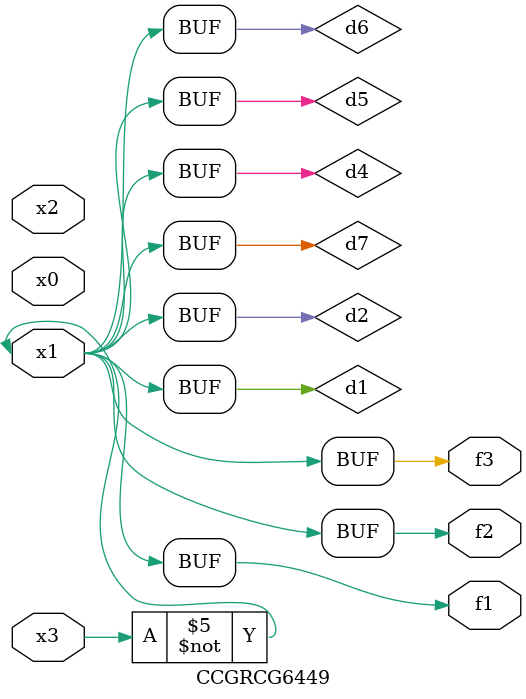
<source format=v>
module CCGRCG6449(
	input x0, x1, x2, x3,
	output f1, f2, f3
);

	wire d1, d2, d3, d4, d5, d6, d7;

	not (d1, x3);
	buf (d2, x1);
	xnor (d3, d1, d2);
	nor (d4, d1);
	buf (d5, d1, d2);
	buf (d6, d4, d5);
	nand (d7, d4);
	assign f1 = d6;
	assign f2 = d7;
	assign f3 = d6;
endmodule

</source>
